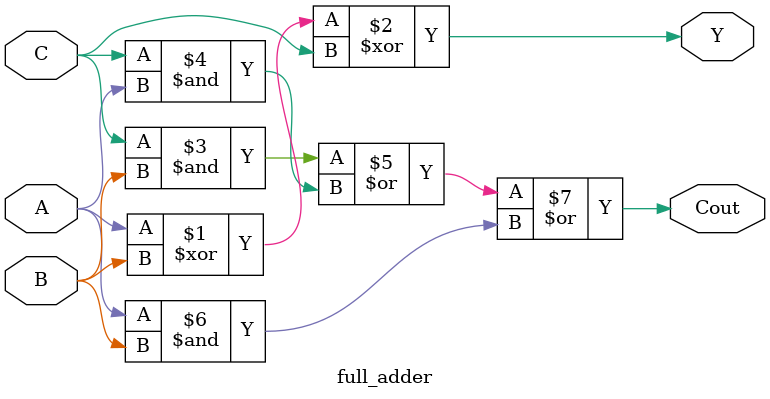
<source format=v>
module full_adder (
    input A,
    input B,
    input C, //Cin
    output Y,
    output Cout
);
assign Y = A ^ B ^ C;
assign Cout = C&B | C&A | A&B;

endmodule

</source>
